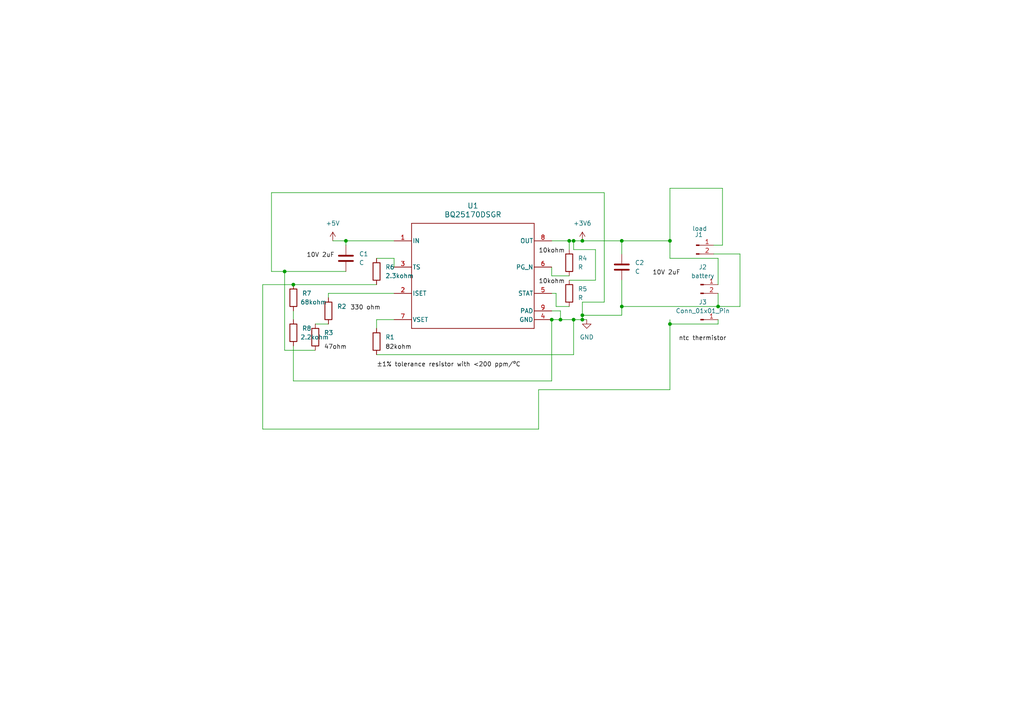
<source format=kicad_sch>
(kicad_sch
	(version 20250114)
	(generator "eeschema")
	(generator_version "9.0")
	(uuid "4e5bd02d-1634-42ed-9cbe-5a906c80cde4")
	(paper "A4")
	(lib_symbols
		(symbol "Connector:Conn_01x01_Pin"
			(pin_names
				(offset 1.016)
				(hide yes)
			)
			(exclude_from_sim no)
			(in_bom yes)
			(on_board yes)
			(property "Reference" "J"
				(at 0 2.54 0)
				(effects
					(font
						(size 1.27 1.27)
					)
				)
			)
			(property "Value" "Conn_01x01_Pin"
				(at 0 -2.54 0)
				(effects
					(font
						(size 1.27 1.27)
					)
				)
			)
			(property "Footprint" ""
				(at 0 0 0)
				(effects
					(font
						(size 1.27 1.27)
					)
					(hide yes)
				)
			)
			(property "Datasheet" "~"
				(at 0 0 0)
				(effects
					(font
						(size 1.27 1.27)
					)
					(hide yes)
				)
			)
			(property "Description" "Generic connector, single row, 01x01, script generated"
				(at 0 0 0)
				(effects
					(font
						(size 1.27 1.27)
					)
					(hide yes)
				)
			)
			(property "ki_locked" ""
				(at 0 0 0)
				(effects
					(font
						(size 1.27 1.27)
					)
				)
			)
			(property "ki_keywords" "connector"
				(at 0 0 0)
				(effects
					(font
						(size 1.27 1.27)
					)
					(hide yes)
				)
			)
			(property "ki_fp_filters" "Connector*:*_1x??_*"
				(at 0 0 0)
				(effects
					(font
						(size 1.27 1.27)
					)
					(hide yes)
				)
			)
			(symbol "Conn_01x01_Pin_1_1"
				(rectangle
					(start 0.8636 0.127)
					(end 0 -0.127)
					(stroke
						(width 0.1524)
						(type default)
					)
					(fill
						(type outline)
					)
				)
				(polyline
					(pts
						(xy 1.27 0) (xy 0.8636 0)
					)
					(stroke
						(width 0.1524)
						(type default)
					)
					(fill
						(type none)
					)
				)
				(pin passive line
					(at 5.08 0 180)
					(length 3.81)
					(name "Pin_1"
						(effects
							(font
								(size 1.27 1.27)
							)
						)
					)
					(number "1"
						(effects
							(font
								(size 1.27 1.27)
							)
						)
					)
				)
			)
			(embedded_fonts no)
		)
		(symbol "Connector:Conn_01x02_Pin"
			(pin_names
				(offset 1.016)
				(hide yes)
			)
			(exclude_from_sim no)
			(in_bom yes)
			(on_board yes)
			(property "Reference" "J"
				(at 0 2.54 0)
				(effects
					(font
						(size 1.27 1.27)
					)
				)
			)
			(property "Value" "Conn_01x02_Pin"
				(at 0 -5.08 0)
				(effects
					(font
						(size 1.27 1.27)
					)
				)
			)
			(property "Footprint" ""
				(at 0 0 0)
				(effects
					(font
						(size 1.27 1.27)
					)
					(hide yes)
				)
			)
			(property "Datasheet" "~"
				(at 0 0 0)
				(effects
					(font
						(size 1.27 1.27)
					)
					(hide yes)
				)
			)
			(property "Description" "Generic connector, single row, 01x02, script generated"
				(at 0 0 0)
				(effects
					(font
						(size 1.27 1.27)
					)
					(hide yes)
				)
			)
			(property "ki_locked" ""
				(at 0 0 0)
				(effects
					(font
						(size 1.27 1.27)
					)
				)
			)
			(property "ki_keywords" "connector"
				(at 0 0 0)
				(effects
					(font
						(size 1.27 1.27)
					)
					(hide yes)
				)
			)
			(property "ki_fp_filters" "Connector*:*_1x??_*"
				(at 0 0 0)
				(effects
					(font
						(size 1.27 1.27)
					)
					(hide yes)
				)
			)
			(symbol "Conn_01x02_Pin_1_1"
				(rectangle
					(start 0.8636 0.127)
					(end 0 -0.127)
					(stroke
						(width 0.1524)
						(type default)
					)
					(fill
						(type outline)
					)
				)
				(rectangle
					(start 0.8636 -2.413)
					(end 0 -2.667)
					(stroke
						(width 0.1524)
						(type default)
					)
					(fill
						(type outline)
					)
				)
				(polyline
					(pts
						(xy 1.27 0) (xy 0.8636 0)
					)
					(stroke
						(width 0.1524)
						(type default)
					)
					(fill
						(type none)
					)
				)
				(polyline
					(pts
						(xy 1.27 -2.54) (xy 0.8636 -2.54)
					)
					(stroke
						(width 0.1524)
						(type default)
					)
					(fill
						(type none)
					)
				)
				(pin passive line
					(at 5.08 0 180)
					(length 3.81)
					(name "Pin_1"
						(effects
							(font
								(size 1.27 1.27)
							)
						)
					)
					(number "1"
						(effects
							(font
								(size 1.27 1.27)
							)
						)
					)
				)
				(pin passive line
					(at 5.08 -2.54 180)
					(length 3.81)
					(name "Pin_2"
						(effects
							(font
								(size 1.27 1.27)
							)
						)
					)
					(number "2"
						(effects
							(font
								(size 1.27 1.27)
							)
						)
					)
				)
			)
			(embedded_fonts no)
		)
		(symbol "Device:C"
			(pin_numbers
				(hide yes)
			)
			(pin_names
				(offset 0.254)
			)
			(exclude_from_sim no)
			(in_bom yes)
			(on_board yes)
			(property "Reference" "C"
				(at 0.635 2.54 0)
				(effects
					(font
						(size 1.27 1.27)
					)
					(justify left)
				)
			)
			(property "Value" "C"
				(at 0.635 -2.54 0)
				(effects
					(font
						(size 1.27 1.27)
					)
					(justify left)
				)
			)
			(property "Footprint" ""
				(at 0.9652 -3.81 0)
				(effects
					(font
						(size 1.27 1.27)
					)
					(hide yes)
				)
			)
			(property "Datasheet" "~"
				(at 0 0 0)
				(effects
					(font
						(size 1.27 1.27)
					)
					(hide yes)
				)
			)
			(property "Description" "Unpolarized capacitor"
				(at 0 0 0)
				(effects
					(font
						(size 1.27 1.27)
					)
					(hide yes)
				)
			)
			(property "ki_keywords" "cap capacitor"
				(at 0 0 0)
				(effects
					(font
						(size 1.27 1.27)
					)
					(hide yes)
				)
			)
			(property "ki_fp_filters" "C_*"
				(at 0 0 0)
				(effects
					(font
						(size 1.27 1.27)
					)
					(hide yes)
				)
			)
			(symbol "C_0_1"
				(polyline
					(pts
						(xy -2.032 0.762) (xy 2.032 0.762)
					)
					(stroke
						(width 0.508)
						(type default)
					)
					(fill
						(type none)
					)
				)
				(polyline
					(pts
						(xy -2.032 -0.762) (xy 2.032 -0.762)
					)
					(stroke
						(width 0.508)
						(type default)
					)
					(fill
						(type none)
					)
				)
			)
			(symbol "C_1_1"
				(pin passive line
					(at 0 3.81 270)
					(length 2.794)
					(name "~"
						(effects
							(font
								(size 1.27 1.27)
							)
						)
					)
					(number "1"
						(effects
							(font
								(size 1.27 1.27)
							)
						)
					)
				)
				(pin passive line
					(at 0 -3.81 90)
					(length 2.794)
					(name "~"
						(effects
							(font
								(size 1.27 1.27)
							)
						)
					)
					(number "2"
						(effects
							(font
								(size 1.27 1.27)
							)
						)
					)
				)
			)
			(embedded_fonts no)
		)
		(symbol "Device:R"
			(pin_numbers
				(hide yes)
			)
			(pin_names
				(offset 0)
			)
			(exclude_from_sim no)
			(in_bom yes)
			(on_board yes)
			(property "Reference" "R"
				(at 2.032 0 90)
				(effects
					(font
						(size 1.27 1.27)
					)
				)
			)
			(property "Value" "R"
				(at 0 0 90)
				(effects
					(font
						(size 1.27 1.27)
					)
				)
			)
			(property "Footprint" ""
				(at -1.778 0 90)
				(effects
					(font
						(size 1.27 1.27)
					)
					(hide yes)
				)
			)
			(property "Datasheet" "~"
				(at 0 0 0)
				(effects
					(font
						(size 1.27 1.27)
					)
					(hide yes)
				)
			)
			(property "Description" "Resistor"
				(at 0 0 0)
				(effects
					(font
						(size 1.27 1.27)
					)
					(hide yes)
				)
			)
			(property "ki_keywords" "R res resistor"
				(at 0 0 0)
				(effects
					(font
						(size 1.27 1.27)
					)
					(hide yes)
				)
			)
			(property "ki_fp_filters" "R_*"
				(at 0 0 0)
				(effects
					(font
						(size 1.27 1.27)
					)
					(hide yes)
				)
			)
			(symbol "R_0_1"
				(rectangle
					(start -1.016 -2.54)
					(end 1.016 2.54)
					(stroke
						(width 0.254)
						(type default)
					)
					(fill
						(type none)
					)
				)
			)
			(symbol "R_1_1"
				(pin passive line
					(at 0 3.81 270)
					(length 1.27)
					(name "~"
						(effects
							(font
								(size 1.27 1.27)
							)
						)
					)
					(number "1"
						(effects
							(font
								(size 1.27 1.27)
							)
						)
					)
				)
				(pin passive line
					(at 0 -3.81 90)
					(length 1.27)
					(name "~"
						(effects
							(font
								(size 1.27 1.27)
							)
						)
					)
					(number "2"
						(effects
							(font
								(size 1.27 1.27)
							)
						)
					)
				)
			)
			(embedded_fonts no)
		)
		(symbol "bq25170:BQ25170DSGR"
			(pin_names
				(offset 0.254)
			)
			(exclude_from_sim no)
			(in_bom yes)
			(on_board yes)
			(property "Reference" "U"
				(at 0 2.54 0)
				(effects
					(font
						(size 1.524 1.524)
					)
				)
			)
			(property "Value" "BQ25170DSGR"
				(at 0 0 0)
				(effects
					(font
						(size 1.524 1.524)
					)
				)
			)
			(property "Footprint" "DSG0008A"
				(at 0 0 0)
				(effects
					(font
						(size 1.27 1.27)
						(italic yes)
					)
					(hide yes)
				)
			)
			(property "Datasheet" "https://www.ti.com/lit/gpn/bq25170"
				(at 0 0 0)
				(effects
					(font
						(size 1.27 1.27)
						(italic yes)
					)
					(hide yes)
				)
			)
			(property "Description" ""
				(at 0 0 0)
				(effects
					(font
						(size 1.27 1.27)
					)
					(hide yes)
				)
			)
			(property "ki_locked" ""
				(at 0 0 0)
				(effects
					(font
						(size 1.27 1.27)
					)
				)
			)
			(property "ki_keywords" "BQ25170DSGR"
				(at 0 0 0)
				(effects
					(font
						(size 1.27 1.27)
					)
					(hide yes)
				)
			)
			(property "ki_fp_filters" "DSG0008A DSG0008A_NV"
				(at 0 0 0)
				(effects
					(font
						(size 1.27 1.27)
					)
					(hide yes)
				)
			)
			(symbol "BQ25170DSGR_0_1"
				(polyline
					(pts
						(xy -17.78 15.24) (xy -17.78 -15.24)
					)
					(stroke
						(width 0.2032)
						(type default)
					)
					(fill
						(type none)
					)
				)
				(polyline
					(pts
						(xy -17.78 -15.24) (xy 17.78 -15.24)
					)
					(stroke
						(width 0.2032)
						(type default)
					)
					(fill
						(type none)
					)
				)
				(polyline
					(pts
						(xy 17.78 15.24) (xy -17.78 15.24)
					)
					(stroke
						(width 0.2032)
						(type default)
					)
					(fill
						(type none)
					)
				)
				(polyline
					(pts
						(xy 17.78 -15.24) (xy 17.78 15.24)
					)
					(stroke
						(width 0.2032)
						(type default)
					)
					(fill
						(type none)
					)
				)
				(pin power_in line
					(at -22.86 10.16 0)
					(length 5.08)
					(name "IN"
						(effects
							(font
								(size 1.27 1.27)
							)
						)
					)
					(number "1"
						(effects
							(font
								(size 1.27 1.27)
							)
						)
					)
				)
				(pin bidirectional line
					(at -22.86 2.54 0)
					(length 5.08)
					(name "TS"
						(effects
							(font
								(size 1.27 1.27)
							)
						)
					)
					(number "3"
						(effects
							(font
								(size 1.27 1.27)
							)
						)
					)
				)
				(pin input line
					(at -22.86 -5.08 0)
					(length 5.08)
					(name "ISET"
						(effects
							(font
								(size 1.27 1.27)
							)
						)
					)
					(number "2"
						(effects
							(font
								(size 1.27 1.27)
							)
						)
					)
				)
				(pin input line
					(at -22.86 -12.7 0)
					(length 5.08)
					(name "VSET"
						(effects
							(font
								(size 1.27 1.27)
							)
						)
					)
					(number "7"
						(effects
							(font
								(size 1.27 1.27)
							)
						)
					)
				)
				(pin output line
					(at 22.86 10.16 180)
					(length 5.08)
					(name "OUT"
						(effects
							(font
								(size 1.27 1.27)
							)
						)
					)
					(number "8"
						(effects
							(font
								(size 1.27 1.27)
							)
						)
					)
				)
				(pin output line
					(at 22.86 2.54 180)
					(length 5.08)
					(name "PG_N"
						(effects
							(font
								(size 1.27 1.27)
							)
						)
					)
					(number "6"
						(effects
							(font
								(size 1.27 1.27)
							)
						)
					)
				)
				(pin output line
					(at 22.86 -5.08 180)
					(length 5.08)
					(name "STAT"
						(effects
							(font
								(size 1.27 1.27)
							)
						)
					)
					(number "5"
						(effects
							(font
								(size 1.27 1.27)
							)
						)
					)
				)
				(pin power_in line
					(at 22.86 -10.16 180)
					(length 5.08)
					(name "PAD"
						(effects
							(font
								(size 1.27 1.27)
							)
						)
					)
					(number "9"
						(effects
							(font
								(size 1.27 1.27)
							)
						)
					)
				)
				(pin power_in line
					(at 22.86 -12.7 180)
					(length 5.08)
					(name "GND"
						(effects
							(font
								(size 1.27 1.27)
							)
						)
					)
					(number "4"
						(effects
							(font
								(size 1.27 1.27)
							)
						)
					)
				)
			)
			(embedded_fonts no)
		)
		(symbol "power:+3V3"
			(power)
			(pin_numbers
				(hide yes)
			)
			(pin_names
				(offset 0)
				(hide yes)
			)
			(exclude_from_sim no)
			(in_bom yes)
			(on_board yes)
			(property "Reference" "#PWR"
				(at 0 -3.81 0)
				(effects
					(font
						(size 1.27 1.27)
					)
					(hide yes)
				)
			)
			(property "Value" "+3V3"
				(at 0 3.556 0)
				(effects
					(font
						(size 1.27 1.27)
					)
				)
			)
			(property "Footprint" ""
				(at 0 0 0)
				(effects
					(font
						(size 1.27 1.27)
					)
					(hide yes)
				)
			)
			(property "Datasheet" ""
				(at 0 0 0)
				(effects
					(font
						(size 1.27 1.27)
					)
					(hide yes)
				)
			)
			(property "Description" "Power symbol creates a global label with name \"+3V3\""
				(at 0 0 0)
				(effects
					(font
						(size 1.27 1.27)
					)
					(hide yes)
				)
			)
			(property "ki_keywords" "global power"
				(at 0 0 0)
				(effects
					(font
						(size 1.27 1.27)
					)
					(hide yes)
				)
			)
			(symbol "+3V3_0_1"
				(polyline
					(pts
						(xy -0.762 1.27) (xy 0 2.54)
					)
					(stroke
						(width 0)
						(type default)
					)
					(fill
						(type none)
					)
				)
				(polyline
					(pts
						(xy 0 2.54) (xy 0.762 1.27)
					)
					(stroke
						(width 0)
						(type default)
					)
					(fill
						(type none)
					)
				)
				(polyline
					(pts
						(xy 0 0) (xy 0 2.54)
					)
					(stroke
						(width 0)
						(type default)
					)
					(fill
						(type none)
					)
				)
			)
			(symbol "+3V3_1_1"
				(pin power_in line
					(at 0 0 90)
					(length 0)
					(name "~"
						(effects
							(font
								(size 1.27 1.27)
							)
						)
					)
					(number "1"
						(effects
							(font
								(size 1.27 1.27)
							)
						)
					)
				)
			)
			(embedded_fonts no)
		)
		(symbol "power:+5V"
			(power)
			(pin_numbers
				(hide yes)
			)
			(pin_names
				(offset 0)
				(hide yes)
			)
			(exclude_from_sim no)
			(in_bom yes)
			(on_board yes)
			(property "Reference" "#PWR"
				(at 0 -3.81 0)
				(effects
					(font
						(size 1.27 1.27)
					)
					(hide yes)
				)
			)
			(property "Value" "+5V"
				(at 0 3.556 0)
				(effects
					(font
						(size 1.27 1.27)
					)
				)
			)
			(property "Footprint" ""
				(at 0 0 0)
				(effects
					(font
						(size 1.27 1.27)
					)
					(hide yes)
				)
			)
			(property "Datasheet" ""
				(at 0 0 0)
				(effects
					(font
						(size 1.27 1.27)
					)
					(hide yes)
				)
			)
			(property "Description" "Power symbol creates a global label with name \"+5V\""
				(at 0 0 0)
				(effects
					(font
						(size 1.27 1.27)
					)
					(hide yes)
				)
			)
			(property "ki_keywords" "global power"
				(at 0 0 0)
				(effects
					(font
						(size 1.27 1.27)
					)
					(hide yes)
				)
			)
			(symbol "+5V_0_1"
				(polyline
					(pts
						(xy -0.762 1.27) (xy 0 2.54)
					)
					(stroke
						(width 0)
						(type default)
					)
					(fill
						(type none)
					)
				)
				(polyline
					(pts
						(xy 0 2.54) (xy 0.762 1.27)
					)
					(stroke
						(width 0)
						(type default)
					)
					(fill
						(type none)
					)
				)
				(polyline
					(pts
						(xy 0 0) (xy 0 2.54)
					)
					(stroke
						(width 0)
						(type default)
					)
					(fill
						(type none)
					)
				)
			)
			(symbol "+5V_1_1"
				(pin power_in line
					(at 0 0 90)
					(length 0)
					(name "~"
						(effects
							(font
								(size 1.27 1.27)
							)
						)
					)
					(number "1"
						(effects
							(font
								(size 1.27 1.27)
							)
						)
					)
				)
			)
			(embedded_fonts no)
		)
		(symbol "power:GND"
			(power)
			(pin_numbers
				(hide yes)
			)
			(pin_names
				(offset 0)
				(hide yes)
			)
			(exclude_from_sim no)
			(in_bom yes)
			(on_board yes)
			(property "Reference" "#PWR"
				(at 0 -6.35 0)
				(effects
					(font
						(size 1.27 1.27)
					)
					(hide yes)
				)
			)
			(property "Value" "GND"
				(at 0 -3.81 0)
				(effects
					(font
						(size 1.27 1.27)
					)
				)
			)
			(property "Footprint" ""
				(at 0 0 0)
				(effects
					(font
						(size 1.27 1.27)
					)
					(hide yes)
				)
			)
			(property "Datasheet" ""
				(at 0 0 0)
				(effects
					(font
						(size 1.27 1.27)
					)
					(hide yes)
				)
			)
			(property "Description" "Power symbol creates a global label with name \"GND\" , ground"
				(at 0 0 0)
				(effects
					(font
						(size 1.27 1.27)
					)
					(hide yes)
				)
			)
			(property "ki_keywords" "global power"
				(at 0 0 0)
				(effects
					(font
						(size 1.27 1.27)
					)
					(hide yes)
				)
			)
			(symbol "GND_0_1"
				(polyline
					(pts
						(xy 0 0) (xy 0 -1.27) (xy 1.27 -1.27) (xy 0 -2.54) (xy -1.27 -1.27) (xy 0 -1.27)
					)
					(stroke
						(width 0)
						(type default)
					)
					(fill
						(type none)
					)
				)
			)
			(symbol "GND_1_1"
				(pin power_in line
					(at 0 0 270)
					(length 0)
					(name "~"
						(effects
							(font
								(size 1.27 1.27)
							)
						)
					)
					(number "1"
						(effects
							(font
								(size 1.27 1.27)
							)
						)
					)
				)
			)
			(embedded_fonts no)
		)
	)
	(junction
		(at 166.37 92.71)
		(diameter 0)
		(color 0 0 0 0)
		(uuid "1d5466e7-67a6-4d92-a5ff-8aec60b2e4a5")
	)
	(junction
		(at 165.1 69.85)
		(diameter 0)
		(color 0 0 0 0)
		(uuid "4be54e88-bffc-426d-97ed-b03fb7370026")
	)
	(junction
		(at 180.34 69.85)
		(diameter 0)
		(color 0 0 0 0)
		(uuid "4bed5eb1-93c7-47ab-bce1-c0b9312a126d")
	)
	(junction
		(at 208.28 88.9)
		(diameter 0)
		(color 0 0 0 0)
		(uuid "559a7d2e-aac0-49a7-a2da-2ec52621413e")
	)
	(junction
		(at 180.34 88.9)
		(diameter 0)
		(color 0 0 0 0)
		(uuid "6d486de3-da66-43b9-a716-8a934b73e455")
	)
	(junction
		(at 168.91 92.71)
		(diameter 0)
		(color 0 0 0 0)
		(uuid "6df46f29-f20a-4ff8-8703-552d4e48d22d")
	)
	(junction
		(at 162.56 92.71)
		(diameter 0)
		(color 0 0 0 0)
		(uuid "7bdb0b59-98df-4226-ba5f-a4046d92a99e")
	)
	(junction
		(at 194.31 93.98)
		(diameter 0)
		(color 0 0 0 0)
		(uuid "864dc46d-0756-42db-9c4e-d64183f9ce82")
	)
	(junction
		(at 168.91 91.44)
		(diameter 0)
		(color 0 0 0 0)
		(uuid "870dbf22-fdd3-4175-ae82-8d1c08e8994b")
	)
	(junction
		(at 100.33 69.85)
		(diameter 0)
		(color 0 0 0 0)
		(uuid "8775e530-d6fa-4f64-829e-7c559c164216")
	)
	(junction
		(at 168.91 69.85)
		(diameter 0)
		(color 0 0 0 0)
		(uuid "a5d95bda-16c0-48d4-b735-d30a342ff00a")
	)
	(junction
		(at 82.55 78.74)
		(diameter 0)
		(color 0 0 0 0)
		(uuid "b14b1049-2200-43b1-9504-53c6ca98e7d8")
	)
	(junction
		(at 194.31 69.85)
		(diameter 0)
		(color 0 0 0 0)
		(uuid "c1cd49a0-53cd-4fa8-9001-d944e82068f2")
	)
	(junction
		(at 85.09 82.55)
		(diameter 0)
		(color 0 0 0 0)
		(uuid "cbdbd473-8f68-4cea-b02e-8563cf8eb91c")
	)
	(junction
		(at 160.02 92.71)
		(diameter 0)
		(color 0 0 0 0)
		(uuid "ea775484-bc1c-4b92-b471-ddf4f0a6b51c")
	)
	(junction
		(at 166.37 69.85)
		(diameter 0)
		(color 0 0 0 0)
		(uuid "fb53537a-643d-486c-bf66-fa61e3ac2156")
	)
	(wire
		(pts
			(xy 109.22 102.87) (xy 166.37 102.87)
		)
		(stroke
			(width 0)
			(type default)
		)
		(uuid "04baf0b8-fe02-45a5-8e7d-9f1567e08d80")
	)
	(wire
		(pts
			(xy 172.72 81.28) (xy 172.72 72.39)
		)
		(stroke
			(width 0)
			(type default)
		)
		(uuid "095c6519-cf2d-4b7a-a466-0a959ea5a975")
	)
	(wire
		(pts
			(xy 180.34 69.85) (xy 180.34 73.66)
		)
		(stroke
			(width 0)
			(type default)
		)
		(uuid "0a39acb5-988d-48ea-a96f-55b6ce7070f9")
	)
	(wire
		(pts
			(xy 114.3 92.71) (xy 109.22 92.71)
		)
		(stroke
			(width 0)
			(type default)
		)
		(uuid "0b0f69c8-8e94-44c5-81b5-b8873e76c232")
	)
	(wire
		(pts
			(xy 162.56 90.17) (xy 162.56 92.71)
		)
		(stroke
			(width 0)
			(type default)
		)
		(uuid "0d349bd8-0477-46ae-9202-42d938c1742a")
	)
	(wire
		(pts
			(xy 95.25 85.09) (xy 95.25 86.36)
		)
		(stroke
			(width 0)
			(type default)
		)
		(uuid "0e3ff7fc-3c96-4737-9f14-66c304fa66ce")
	)
	(wire
		(pts
			(xy 85.09 100.33) (xy 85.09 110.49)
		)
		(stroke
			(width 0)
			(type default)
		)
		(uuid "1336c52b-d869-4613-b932-e9784b407152")
	)
	(wire
		(pts
			(xy 194.31 74.93) (xy 208.28 74.93)
		)
		(stroke
			(width 0)
			(type default)
		)
		(uuid "175ae26e-5d83-4d72-8be7-70380ecbbb6e")
	)
	(wire
		(pts
			(xy 166.37 102.87) (xy 166.37 92.71)
		)
		(stroke
			(width 0)
			(type default)
		)
		(uuid "19caf6cc-70e2-45f3-9b8e-24ef0a00c24f")
	)
	(wire
		(pts
			(xy 160.02 110.49) (xy 160.02 92.71)
		)
		(stroke
			(width 0)
			(type default)
		)
		(uuid "204ff903-c9a8-4242-a46c-94fd4f54b85c")
	)
	(wire
		(pts
			(xy 168.91 91.44) (xy 168.91 92.71)
		)
		(stroke
			(width 0)
			(type default)
		)
		(uuid "2243b7b8-663f-40e6-80e1-aa28e713fff0")
	)
	(wire
		(pts
			(xy 165.1 88.9) (xy 161.29 88.9)
		)
		(stroke
			(width 0)
			(type default)
		)
		(uuid "22773a1d-3351-4eab-962b-8a18eb6f0a55")
	)
	(wire
		(pts
			(xy 180.34 88.9) (xy 180.34 91.44)
		)
		(stroke
			(width 0)
			(type default)
		)
		(uuid "26e8a641-c5b8-4a19-a333-731e86e8fe97")
	)
	(wire
		(pts
			(xy 85.09 82.55) (xy 76.2 82.55)
		)
		(stroke
			(width 0)
			(type default)
		)
		(uuid "2ca9b488-bfae-4962-a04f-893cd690e453")
	)
	(wire
		(pts
			(xy 180.34 88.9) (xy 208.28 88.9)
		)
		(stroke
			(width 0)
			(type default)
		)
		(uuid "2f35d64f-5c1e-4a21-a5a9-944202c0122d")
	)
	(wire
		(pts
			(xy 160.02 69.85) (xy 165.1 69.85)
		)
		(stroke
			(width 0)
			(type default)
		)
		(uuid "3215d0e9-8353-4a6a-92a4-c17a438a39fc")
	)
	(wire
		(pts
			(xy 166.37 72.39) (xy 166.37 69.85)
		)
		(stroke
			(width 0)
			(type default)
		)
		(uuid "33af8561-b45c-4163-b6a4-317f8a46f334")
	)
	(wire
		(pts
			(xy 114.3 74.93) (xy 114.3 77.47)
		)
		(stroke
			(width 0)
			(type default)
		)
		(uuid "35fe5e42-6f4b-41f9-8263-94735c649239")
	)
	(wire
		(pts
			(xy 109.22 74.93) (xy 114.3 74.93)
		)
		(stroke
			(width 0)
			(type default)
		)
		(uuid "35ffbbf6-b324-4d05-b05f-1b0a7eb2b561")
	)
	(wire
		(pts
			(xy 180.34 91.44) (xy 168.91 91.44)
		)
		(stroke
			(width 0)
			(type default)
		)
		(uuid "38583ae4-6ec3-4e68-bd3e-a159cd57cda7")
	)
	(wire
		(pts
			(xy 214.63 73.66) (xy 214.63 88.9)
		)
		(stroke
			(width 0)
			(type default)
		)
		(uuid "3914ed71-c311-4cd5-af33-fa96f91b581a")
	)
	(wire
		(pts
			(xy 165.1 69.85) (xy 166.37 69.85)
		)
		(stroke
			(width 0)
			(type default)
		)
		(uuid "3ed90adb-23ee-4bdc-ac8f-614aa3344cdf")
	)
	(wire
		(pts
			(xy 160.02 90.17) (xy 162.56 90.17)
		)
		(stroke
			(width 0)
			(type default)
		)
		(uuid "4468db01-e1f0-42e8-a02c-6a7b9f4a2216")
	)
	(wire
		(pts
			(xy 109.22 92.71) (xy 109.22 95.25)
		)
		(stroke
			(width 0)
			(type default)
		)
		(uuid "4d654c84-83e4-443a-aefd-4b11b0e9ab72")
	)
	(wire
		(pts
			(xy 96.52 69.85) (xy 100.33 69.85)
		)
		(stroke
			(width 0)
			(type default)
		)
		(uuid "4eb43f88-c845-46fd-ae44-80919a80902e")
	)
	(wire
		(pts
			(xy 100.33 69.85) (xy 114.3 69.85)
		)
		(stroke
			(width 0)
			(type default)
		)
		(uuid "5c84d0d1-39e5-4e24-906e-bf616d81db16")
	)
	(wire
		(pts
			(xy 168.91 92.71) (xy 170.18 92.71)
		)
		(stroke
			(width 0)
			(type default)
		)
		(uuid "60b2d025-83cd-44d3-9eaa-4796afb585be")
	)
	(wire
		(pts
			(xy 208.28 74.93) (xy 208.28 82.55)
		)
		(stroke
			(width 0)
			(type default)
		)
		(uuid "60c8ee97-9b11-4868-aafc-a667c732483b")
	)
	(wire
		(pts
			(xy 166.37 92.71) (xy 168.91 92.71)
		)
		(stroke
			(width 0)
			(type default)
		)
		(uuid "6354cd48-ac51-4feb-8743-5848fdd1fbaf")
	)
	(wire
		(pts
			(xy 175.26 55.88) (xy 175.26 87.63)
		)
		(stroke
			(width 0)
			(type default)
		)
		(uuid "641e7e6e-649c-49da-a12f-2a69f733c940")
	)
	(wire
		(pts
			(xy 165.1 80.01) (xy 160.02 80.01)
		)
		(stroke
			(width 0)
			(type default)
		)
		(uuid "6f369ba1-5eb1-48b1-a637-e41c62be5aec")
	)
	(wire
		(pts
			(xy 85.09 90.17) (xy 85.09 92.71)
		)
		(stroke
			(width 0)
			(type default)
		)
		(uuid "7368c86a-6d62-4ee3-8221-601639db3719")
	)
	(wire
		(pts
			(xy 194.31 93.98) (xy 194.31 113.03)
		)
		(stroke
			(width 0)
			(type default)
		)
		(uuid "764b9ed3-0bb9-4978-987c-2fd0ac60a314")
	)
	(wire
		(pts
			(xy 161.29 88.9) (xy 161.29 85.09)
		)
		(stroke
			(width 0)
			(type default)
		)
		(uuid "76721f47-89b2-40b9-9495-09ad10d55080")
	)
	(wire
		(pts
			(xy 208.28 88.9) (xy 214.63 88.9)
		)
		(stroke
			(width 0)
			(type default)
		)
		(uuid "76b8e321-10e1-463c-bf34-4831f064e7cc")
	)
	(wire
		(pts
			(xy 78.74 55.88) (xy 175.26 55.88)
		)
		(stroke
			(width 0)
			(type default)
		)
		(uuid "76bfdc53-e11f-4dc8-a186-8db587a8d87d")
	)
	(wire
		(pts
			(xy 207.01 73.66) (xy 214.63 73.66)
		)
		(stroke
			(width 0)
			(type default)
		)
		(uuid "826f1131-22ab-4ca6-ab2f-ba6025d6f2fa")
	)
	(wire
		(pts
			(xy 194.31 93.98) (xy 208.28 93.98)
		)
		(stroke
			(width 0)
			(type default)
		)
		(uuid "87f40ffc-23bb-4e37-913a-8e963cdefa61")
	)
	(wire
		(pts
			(xy 160.02 77.47) (xy 160.02 80.01)
		)
		(stroke
			(width 0)
			(type default)
		)
		(uuid "8d42e0ea-0c47-4502-9880-926ea325115a")
	)
	(wire
		(pts
			(xy 172.72 72.39) (xy 166.37 72.39)
		)
		(stroke
			(width 0)
			(type default)
		)
		(uuid "90c53b20-bdc8-4a04-83d7-c8400c66e925")
	)
	(wire
		(pts
			(xy 82.55 78.74) (xy 82.55 101.6)
		)
		(stroke
			(width 0)
			(type default)
		)
		(uuid "93cda705-ab31-439e-9c6b-e6bf42560667")
	)
	(wire
		(pts
			(xy 165.1 69.85) (xy 165.1 72.39)
		)
		(stroke
			(width 0)
			(type default)
		)
		(uuid "967668f8-594d-456b-8a47-d6a5257451f7")
	)
	(wire
		(pts
			(xy 194.31 69.85) (xy 194.31 74.93)
		)
		(stroke
			(width 0)
			(type default)
		)
		(uuid "97db7625-a2bd-432e-bdeb-318d13e7726d")
	)
	(wire
		(pts
			(xy 208.28 85.09) (xy 208.28 88.9)
		)
		(stroke
			(width 0)
			(type default)
		)
		(uuid "9d570989-3a93-412a-bd64-16464cc75c0d")
	)
	(wire
		(pts
			(xy 156.21 124.46) (xy 156.21 113.03)
		)
		(stroke
			(width 0)
			(type default)
		)
		(uuid "a6a8afb7-27a2-4e9b-94ba-519a5a355e0b")
	)
	(wire
		(pts
			(xy 91.44 93.98) (xy 95.25 93.98)
		)
		(stroke
			(width 0)
			(type default)
		)
		(uuid "a9be87f9-1f13-4de9-9c41-f0357373f269")
	)
	(wire
		(pts
			(xy 208.28 93.98) (xy 208.28 92.71)
		)
		(stroke
			(width 0)
			(type default)
		)
		(uuid "ab0b773c-c621-4025-abd1-a6caf4d24d0c")
	)
	(wire
		(pts
			(xy 100.33 69.85) (xy 100.33 71.12)
		)
		(stroke
			(width 0)
			(type default)
		)
		(uuid "b5720fd9-d92c-4866-a93f-660ea511207c")
	)
	(wire
		(pts
			(xy 85.09 110.49) (xy 160.02 110.49)
		)
		(stroke
			(width 0)
			(type default)
		)
		(uuid "bc6b70f2-a706-4304-88a2-b9e43328c5f8")
	)
	(wire
		(pts
			(xy 76.2 124.46) (xy 156.21 124.46)
		)
		(stroke
			(width 0)
			(type default)
		)
		(uuid "bc98d1ef-5b41-4078-9ced-78078c161d2d")
	)
	(wire
		(pts
			(xy 166.37 69.85) (xy 168.91 69.85)
		)
		(stroke
			(width 0)
			(type default)
		)
		(uuid "c49ef951-a40c-40e9-b89a-8054d111d991")
	)
	(wire
		(pts
			(xy 160.02 92.71) (xy 162.56 92.71)
		)
		(stroke
			(width 0)
			(type default)
		)
		(uuid "c4b24da4-5574-47ad-98cf-a665b3638b07")
	)
	(wire
		(pts
			(xy 95.25 85.09) (xy 114.3 85.09)
		)
		(stroke
			(width 0)
			(type default)
		)
		(uuid "c5f2b06e-2c4f-4358-b3ba-068bf0db9324")
	)
	(wire
		(pts
			(xy 85.09 82.55) (xy 109.22 82.55)
		)
		(stroke
			(width 0)
			(type default)
		)
		(uuid "c65a0938-d18a-49dc-a5ea-d7f396b0d02e")
	)
	(wire
		(pts
			(xy 76.2 82.55) (xy 76.2 124.46)
		)
		(stroke
			(width 0)
			(type default)
		)
		(uuid "c6dc2da4-f3b4-4d6f-866b-8acc14438e2c")
	)
	(wire
		(pts
			(xy 175.26 87.63) (xy 168.91 87.63)
		)
		(stroke
			(width 0)
			(type default)
		)
		(uuid "c92c61a8-0be7-437e-beec-34bc5c44a309")
	)
	(wire
		(pts
			(xy 78.74 55.88) (xy 78.74 78.74)
		)
		(stroke
			(width 0)
			(type default)
		)
		(uuid "cd25b0b4-fea2-4fcf-b0c7-6c69b696a175")
	)
	(wire
		(pts
			(xy 165.1 81.28) (xy 172.72 81.28)
		)
		(stroke
			(width 0)
			(type default)
		)
		(uuid "cddbae56-c7fa-4764-a281-697b3c598926")
	)
	(wire
		(pts
			(xy 180.34 81.28) (xy 180.34 88.9)
		)
		(stroke
			(width 0)
			(type default)
		)
		(uuid "cfa1d615-9f8a-469f-8f02-77cb8ca81385")
	)
	(wire
		(pts
			(xy 162.56 92.71) (xy 166.37 92.71)
		)
		(stroke
			(width 0)
			(type default)
		)
		(uuid "d0aee0c5-0699-4488-a222-3efe3854bcd8")
	)
	(wire
		(pts
			(xy 91.44 101.6) (xy 82.55 101.6)
		)
		(stroke
			(width 0)
			(type default)
		)
		(uuid "d60e83e9-927d-4877-b238-f753906481f6")
	)
	(wire
		(pts
			(xy 209.55 54.61) (xy 209.55 71.12)
		)
		(stroke
			(width 0)
			(type default)
		)
		(uuid "d6f00952-9123-4a6d-8f67-baee550dd27a")
	)
	(wire
		(pts
			(xy 168.91 69.85) (xy 180.34 69.85)
		)
		(stroke
			(width 0)
			(type default)
		)
		(uuid "e2899c5d-f64b-4273-a746-99fa09a42622")
	)
	(wire
		(pts
			(xy 180.34 69.85) (xy 194.31 69.85)
		)
		(stroke
			(width 0)
			(type default)
		)
		(uuid "e29365a5-d283-4260-93aa-0399589a3412")
	)
	(wire
		(pts
			(xy 168.91 87.63) (xy 168.91 91.44)
		)
		(stroke
			(width 0)
			(type default)
		)
		(uuid "e4eb1a7f-b886-420f-8a95-11ed85289d00")
	)
	(wire
		(pts
			(xy 194.31 92.71) (xy 194.31 93.98)
		)
		(stroke
			(width 0)
			(type default)
		)
		(uuid "e66bf15c-47ee-4ca1-91b4-d0834e3151b4")
	)
	(wire
		(pts
			(xy 82.55 78.74) (xy 78.74 78.74)
		)
		(stroke
			(width 0)
			(type default)
		)
		(uuid "ee2b9de3-f1da-40c1-a516-d381aebd2590")
	)
	(wire
		(pts
			(xy 194.31 54.61) (xy 194.31 69.85)
		)
		(stroke
			(width 0)
			(type default)
		)
		(uuid "f0cf3ccb-8017-49fd-af6e-5acd923261c3")
	)
	(wire
		(pts
			(xy 100.33 78.74) (xy 82.55 78.74)
		)
		(stroke
			(width 0)
			(type default)
		)
		(uuid "f1259d8f-1db5-4ba1-b923-7e98aaecadf4")
	)
	(wire
		(pts
			(xy 194.31 54.61) (xy 209.55 54.61)
		)
		(stroke
			(width 0)
			(type default)
		)
		(uuid "f5bdc0d6-9c85-432e-ae89-cb55e5d7db0a")
	)
	(wire
		(pts
			(xy 160.02 85.09) (xy 161.29 85.09)
		)
		(stroke
			(width 0)
			(type default)
		)
		(uuid "fa042e3b-4be4-458d-9c9e-40437d663b85")
	)
	(wire
		(pts
			(xy 207.01 71.12) (xy 209.55 71.12)
		)
		(stroke
			(width 0)
			(type default)
		)
		(uuid "fcc7c4c1-e24e-4abd-a90d-c49d6f479d4e")
	)
	(wire
		(pts
			(xy 156.21 113.03) (xy 194.31 113.03)
		)
		(stroke
			(width 0)
			(type default)
		)
		(uuid "ff7cf8a7-4aa9-4768-9597-407a8c837bc6")
	)
	(label "10V 2uF"
		(at 189.23 80.01 0)
		(effects
			(font
				(size 1.27 1.27)
			)
			(justify left bottom)
		)
		(uuid "2728e07d-db4a-4314-82ba-1a03aeea930d")
	)
	(label "10kohm"
		(at 156.21 82.55 0)
		(effects
			(font
				(size 1.27 1.27)
			)
			(justify left bottom)
		)
		(uuid "288f5f67-e082-4ae6-ba6b-2e54ba347c89")
	)
	(label "10V 2uF"
		(at 88.9 74.93 0)
		(effects
			(font
				(size 1.27 1.27)
			)
			(justify left bottom)
		)
		(uuid "4a079215-a71c-4cbc-9ec7-de5f774487b2")
	)
	(label "330 ohm"
		(at 101.6 90.17 0)
		(effects
			(font
				(size 1.27 1.27)
			)
			(justify left bottom)
		)
		(uuid "4a9c7d52-1ada-469a-97f2-b933e4c0e93f")
	)
	(label "ntc thermistor"
		(at 196.85 99.06 0)
		(effects
			(font
				(size 1.27 1.27)
			)
			(justify left bottom)
		)
		(uuid "5dae50c4-83b0-4aeb-9794-7fa7900e371f")
	)
	(label "±1% tolerance resistor with <200 ppm{slash}ºC"
		(at 109.22 106.68 0)
		(effects
			(font
				(size 1.27 1.27)
			)
			(justify left bottom)
		)
		(uuid "75a7f6d1-ac80-4073-ad52-753ae307b591")
	)
	(label "10kohm"
		(at 156.21 73.66 0)
		(effects
			(font
				(size 1.27 1.27)
			)
			(justify left bottom)
		)
		(uuid "9cf230f6-6afb-4d4a-89cf-7a4c8c25a446")
	)
	(label "47ohm"
		(at 93.98 101.6 0)
		(effects
			(font
				(size 1.27 1.27)
			)
			(justify left bottom)
		)
		(uuid "b90d4ffd-e2a8-427d-9482-0db4ff077dde")
	)
	(label "82kohm"
		(at 111.76 101.6 0)
		(effects
			(font
				(size 1.27 1.27)
			)
			(justify left bottom)
		)
		(uuid "d432e234-5748-4699-95e3-55fd8b868b33")
	)
	(symbol
		(lib_id "Device:R")
		(at 109.22 99.06 0)
		(unit 1)
		(exclude_from_sim no)
		(in_bom yes)
		(on_board yes)
		(dnp no)
		(fields_autoplaced yes)
		(uuid "17400f3f-9aa8-4982-9b4c-e606c52ffb58")
		(property "Reference" "R1"
			(at 111.76 97.7899 0)
			(effects
				(font
					(size 1.27 1.27)
				)
				(justify left)
			)
		)
		(property "Value" "R"
			(at 111.76 100.3299 0)
			(effects
				(font
					(size 1.27 1.27)
				)
				(justify left)
				(hide yes)
			)
		)
		(property "Footprint" "Resistor_SMD:R_1206_3216Metric"
			(at 107.442 99.06 90)
			(effects
				(font
					(size 1.27 1.27)
				)
				(hide yes)
			)
		)
		(property "Datasheet" "~"
			(at 109.22 99.06 0)
			(effects
				(font
					(size 1.27 1.27)
				)
				(hide yes)
			)
		)
		(property "Description" "Resistor"
			(at 109.22 99.06 0)
			(effects
				(font
					(size 1.27 1.27)
				)
				(hide yes)
			)
		)
		(pin "1"
			(uuid "63a1570f-300f-47b4-ba42-e5820d59a952")
		)
		(pin "2"
			(uuid "517c7177-076a-4b7e-be08-0e05d40df7e7")
		)
		(instances
			(project ""
				(path "/4e5bd02d-1634-42ed-9cbe-5a906c80cde4"
					(reference "R1")
					(unit 1)
				)
			)
		)
	)
	(symbol
		(lib_id "Device:C")
		(at 100.33 74.93 0)
		(unit 1)
		(exclude_from_sim no)
		(in_bom yes)
		(on_board yes)
		(dnp no)
		(fields_autoplaced yes)
		(uuid "288d59cd-9f7b-4dca-a62e-b54c844013ec")
		(property "Reference" "C1"
			(at 104.14 73.6599 0)
			(effects
				(font
					(size 1.27 1.27)
				)
				(justify left)
			)
		)
		(property "Value" "C"
			(at 104.14 76.1999 0)
			(effects
				(font
					(size 1.27 1.27)
				)
				(justify left)
			)
		)
		(property "Footprint" "Capacitor_SMD:C_0603_1608Metric"
			(at 101.2952 78.74 0)
			(effects
				(font
					(size 1.27 1.27)
				)
				(hide yes)
			)
		)
		(property "Datasheet" "~"
			(at 100.33 74.93 0)
			(effects
				(font
					(size 1.27 1.27)
				)
				(hide yes)
			)
		)
		(property "Description" "Unpolarized capacitor"
			(at 100.33 74.93 0)
			(effects
				(font
					(size 1.27 1.27)
				)
				(hide yes)
			)
		)
		(pin "1"
			(uuid "0a173b34-426e-49f3-86aa-210474ab06db")
		)
		(pin "2"
			(uuid "9c91e0f5-f8c8-450a-921b-8cafc27059d2")
		)
		(instances
			(project ""
				(path "/4e5bd02d-1634-42ed-9cbe-5a906c80cde4"
					(reference "C1")
					(unit 1)
				)
			)
		)
	)
	(symbol
		(lib_id "Device:R")
		(at 91.44 97.79 0)
		(unit 1)
		(exclude_from_sim no)
		(in_bom yes)
		(on_board yes)
		(dnp no)
		(fields_autoplaced yes)
		(uuid "2e22c8a7-431b-42bd-826b-1c74b6962497")
		(property "Reference" "R3"
			(at 93.98 96.5199 0)
			(effects
				(font
					(size 1.27 1.27)
				)
				(justify left)
			)
		)
		(property "Value" "R"
			(at 93.98 99.0599 0)
			(effects
				(font
					(size 1.27 1.27)
				)
				(justify left)
				(hide yes)
			)
		)
		(property "Footprint" "Resistor_SMD:R_2010_5025Metric_Pad1.40x2.65mm_HandSolder"
			(at 89.662 97.79 90)
			(effects
				(font
					(size 1.27 1.27)
				)
				(hide yes)
			)
		)
		(property "Datasheet" "~"
			(at 91.44 97.79 0)
			(effects
				(font
					(size 1.27 1.27)
				)
				(hide yes)
			)
		)
		(property "Description" "Resistor"
			(at 91.44 97.79 0)
			(effects
				(font
					(size 1.27 1.27)
				)
				(hide yes)
			)
		)
		(pin "2"
			(uuid "ed380dbf-8ec9-4a2f-874b-d28920cbf592")
		)
		(pin "1"
			(uuid "8017b98c-9f00-4c77-9a09-ea24fecc9a70")
		)
		(instances
			(project ""
				(path "/4e5bd02d-1634-42ed-9cbe-5a906c80cde4"
					(reference "R3")
					(unit 1)
				)
			)
		)
	)
	(symbol
		(lib_id "Device:R")
		(at 165.1 85.09 0)
		(unit 1)
		(exclude_from_sim no)
		(in_bom yes)
		(on_board yes)
		(dnp no)
		(fields_autoplaced yes)
		(uuid "310cccbd-8a70-4fd8-a805-46aecdcc7ba6")
		(property "Reference" "R5"
			(at 167.64 83.8199 0)
			(effects
				(font
					(size 1.27 1.27)
				)
				(justify left)
			)
		)
		(property "Value" "R"
			(at 167.64 86.3599 0)
			(effects
				(font
					(size 1.27 1.27)
				)
				(justify left)
			)
		)
		(property "Footprint" "Resistor_THT:R_Axial_DIN0204_L3.6mm_D1.6mm_P2.54mm_Vertical"
			(at 163.322 85.09 90)
			(effects
				(font
					(size 1.27 1.27)
				)
				(hide yes)
			)
		)
		(property "Datasheet" "~"
			(at 165.1 85.09 0)
			(effects
				(font
					(size 1.27 1.27)
				)
				(hide yes)
			)
		)
		(property "Description" "Resistor"
			(at 165.1 85.09 0)
			(effects
				(font
					(size 1.27 1.27)
				)
				(hide yes)
			)
		)
		(pin "1"
			(uuid "f7b5cfc8-c717-452a-99cb-4418abd44e5a")
		)
		(pin "2"
			(uuid "fb95e76d-e377-46db-8e80-b4e5e83afc45")
		)
		(instances
			(project ""
				(path "/4e5bd02d-1634-42ed-9cbe-5a906c80cde4"
					(reference "R5")
					(unit 1)
				)
			)
		)
	)
	(symbol
		(lib_id "power:+5V")
		(at 96.52 69.85 0)
		(unit 1)
		(exclude_from_sim no)
		(in_bom yes)
		(on_board yes)
		(dnp no)
		(fields_autoplaced yes)
		(uuid "4d76e169-03aa-4345-b89c-13e2c812d49d")
		(property "Reference" "#PWR01"
			(at 96.52 73.66 0)
			(effects
				(font
					(size 1.27 1.27)
				)
				(hide yes)
			)
		)
		(property "Value" "+5V"
			(at 96.52 64.77 0)
			(effects
				(font
					(size 1.27 1.27)
				)
			)
		)
		(property "Footprint" ""
			(at 96.52 69.85 0)
			(effects
				(font
					(size 1.27 1.27)
				)
				(hide yes)
			)
		)
		(property "Datasheet" ""
			(at 96.52 69.85 0)
			(effects
				(font
					(size 1.27 1.27)
				)
				(hide yes)
			)
		)
		(property "Description" "Power symbol creates a global label with name \"+5V\""
			(at 96.52 69.85 0)
			(effects
				(font
					(size 1.27 1.27)
				)
				(hide yes)
			)
		)
		(pin "1"
			(uuid "4c4ed864-558f-44d4-939e-aa95f6816f9d")
		)
		(instances
			(project ""
				(path "/4e5bd02d-1634-42ed-9cbe-5a906c80cde4"
					(reference "#PWR01")
					(unit 1)
				)
			)
		)
	)
	(symbol
		(lib_id "Device:C")
		(at 180.34 77.47 0)
		(unit 1)
		(exclude_from_sim no)
		(in_bom yes)
		(on_board yes)
		(dnp no)
		(fields_autoplaced yes)
		(uuid "5ba895df-d2cc-4782-b6ce-de9e4eeaa06e")
		(property "Reference" "C2"
			(at 184.15 76.1999 0)
			(effects
				(font
					(size 1.27 1.27)
				)
				(justify left)
			)
		)
		(property "Value" "C"
			(at 184.15 78.7399 0)
			(effects
				(font
					(size 1.27 1.27)
				)
				(justify left)
			)
		)
		(property "Footprint" "Capacitor_SMD:C_0603_1608Metric"
			(at 181.3052 81.28 0)
			(effects
				(font
					(size 1.27 1.27)
				)
				(hide yes)
			)
		)
		(property "Datasheet" "~"
			(at 180.34 77.47 0)
			(effects
				(font
					(size 1.27 1.27)
				)
				(hide yes)
			)
		)
		(property "Description" "Unpolarized capacitor"
			(at 180.34 77.47 0)
			(effects
				(font
					(size 1.27 1.27)
				)
				(hide yes)
			)
		)
		(pin "1"
			(uuid "7877af59-f4d0-482f-b801-16573c8f59b9")
		)
		(pin "2"
			(uuid "ea40b58e-9114-4a1b-b3f6-1e07f44c0bbe")
		)
		(instances
			(project "battery_circuit"
				(path "/4e5bd02d-1634-42ed-9cbe-5a906c80cde4"
					(reference "C2")
					(unit 1)
				)
			)
		)
	)
	(symbol
		(lib_id "bq25170:BQ25170DSGR")
		(at 137.16 80.01 0)
		(unit 1)
		(exclude_from_sim no)
		(in_bom yes)
		(on_board yes)
		(dnp no)
		(fields_autoplaced yes)
		(uuid "614d0482-4813-46a7-a61d-d210ef92bc74")
		(property "Reference" "U1"
			(at 137.16 59.69 0)
			(effects
				(font
					(size 1.524 1.524)
				)
			)
		)
		(property "Value" "BQ25170DSGR"
			(at 137.16 62.23 0)
			(effects
				(font
					(size 1.524 1.524)
				)
			)
		)
		(property "Footprint" "DSG0008A"
			(at 137.16 80.01 0)
			(effects
				(font
					(size 1.27 1.27)
					(italic yes)
				)
				(hide yes)
			)
		)
		(property "Datasheet" "https://www.ti.com/lit/gpn/bq25170"
			(at 137.16 80.01 0)
			(effects
				(font
					(size 1.27 1.27)
					(italic yes)
				)
				(hide yes)
			)
		)
		(property "Description" ""
			(at 137.16 80.01 0)
			(effects
				(font
					(size 1.27 1.27)
				)
				(hide yes)
			)
		)
		(pin "7"
			(uuid "8c223814-20f9-44bd-945c-3daf024ce3be")
		)
		(pin "1"
			(uuid "adc2ecd2-7d89-4438-80cc-6434ded9148a")
		)
		(pin "3"
			(uuid "389b3726-e162-4271-9c6d-57ac48196810")
		)
		(pin "2"
			(uuid "871dbc97-04fc-4d8d-97a7-4d70847d72bf")
		)
		(pin "5"
			(uuid "d1a9698f-bd1c-44e8-81a0-fab99c5c116f")
		)
		(pin "9"
			(uuid "cc0ccd76-c42b-4eef-915c-9dd4efa69d48")
		)
		(pin "4"
			(uuid "030aecf4-6d4f-4d96-83bc-e080fb5a6ff4")
		)
		(pin "8"
			(uuid "3b79ede6-2921-45a3-ba10-05c46edc35f8")
		)
		(pin "6"
			(uuid "cb074c4c-2bcf-44f1-bf2c-cc7111a995e3")
		)
		(instances
			(project ""
				(path "/4e5bd02d-1634-42ed-9cbe-5a906c80cde4"
					(reference "U1")
					(unit 1)
				)
			)
		)
	)
	(symbol
		(lib_id "power:+3V3")
		(at 168.91 69.85 0)
		(unit 1)
		(exclude_from_sim no)
		(in_bom yes)
		(on_board yes)
		(dnp no)
		(fields_autoplaced yes)
		(uuid "7f7efe37-4450-4222-9bc7-82cffe8f750c")
		(property "Reference" "#PWR03"
			(at 168.91 73.66 0)
			(effects
				(font
					(size 1.27 1.27)
				)
				(hide yes)
			)
		)
		(property "Value" "+3V6"
			(at 168.91 64.77 0)
			(effects
				(font
					(size 1.27 1.27)
				)
			)
		)
		(property "Footprint" ""
			(at 168.91 69.85 0)
			(effects
				(font
					(size 1.27 1.27)
				)
				(hide yes)
			)
		)
		(property "Datasheet" ""
			(at 168.91 69.85 0)
			(effects
				(font
					(size 1.27 1.27)
				)
				(hide yes)
			)
		)
		(property "Description" "Power symbol creates a global label with name \"+3V3\""
			(at 168.91 69.85 0)
			(effects
				(font
					(size 1.27 1.27)
				)
				(hide yes)
			)
		)
		(pin "1"
			(uuid "5d35ee68-1c03-4c82-bec4-38d818e9ba89")
		)
		(instances
			(project ""
				(path "/4e5bd02d-1634-42ed-9cbe-5a906c80cde4"
					(reference "#PWR03")
					(unit 1)
				)
			)
		)
	)
	(symbol
		(lib_id "Device:R")
		(at 85.09 86.36 0)
		(unit 1)
		(exclude_from_sim no)
		(in_bom yes)
		(on_board yes)
		(dnp no)
		(uuid "8d3c405e-c49c-4b08-acb5-5b77f3b93cb5")
		(property "Reference" "R7"
			(at 87.63 85.0899 0)
			(effects
				(font
					(size 1.27 1.27)
				)
				(justify left)
			)
		)
		(property "Value" "68kohm"
			(at 87.122 87.63 0)
			(effects
				(font
					(size 1.27 1.27)
				)
				(justify left)
			)
		)
		(property "Footprint" "Resistor_THT:R_Axial_DIN0309_L9.0mm_D3.2mm_P12.70mm_Horizontal"
			(at 83.312 86.36 90)
			(effects
				(font
					(size 1.27 1.27)
				)
				(hide yes)
			)
		)
		(property "Datasheet" "~"
			(at 85.09 86.36 0)
			(effects
				(font
					(size 1.27 1.27)
				)
				(hide yes)
			)
		)
		(property "Description" "Resistor"
			(at 85.09 86.36 0)
			(effects
				(font
					(size 1.27 1.27)
				)
				(hide yes)
			)
		)
		(pin "1"
			(uuid "38e481b6-b30e-4b9e-91b4-21e31c9d8305")
		)
		(pin "2"
			(uuid "1888017b-3ce7-4b6c-823e-34096c8a752a")
		)
		(instances
			(project ""
				(path "/4e5bd02d-1634-42ed-9cbe-5a906c80cde4"
					(reference "R7")
					(unit 1)
				)
			)
		)
	)
	(symbol
		(lib_id "Device:R")
		(at 85.09 96.52 0)
		(unit 1)
		(exclude_from_sim no)
		(in_bom yes)
		(on_board yes)
		(dnp no)
		(uuid "977abd68-3d7f-4d73-b53a-bfb8d565f0bd")
		(property "Reference" "R8"
			(at 87.63 95.2499 0)
			(effects
				(font
					(size 1.27 1.27)
				)
				(justify left)
			)
		)
		(property "Value" "2.2kohm"
			(at 87.122 97.79 0)
			(effects
				(font
					(size 1.27 1.27)
				)
				(justify left)
			)
		)
		(property "Footprint" "Resistor_THT:R_Axial_DIN0309_L9.0mm_D3.2mm_P12.70mm_Horizontal"
			(at 83.312 96.52 90)
			(effects
				(font
					(size 1.27 1.27)
				)
				(hide yes)
			)
		)
		(property "Datasheet" "~"
			(at 85.09 96.52 0)
			(effects
				(font
					(size 1.27 1.27)
				)
				(hide yes)
			)
		)
		(property "Description" "Resistor"
			(at 85.09 96.52 0)
			(effects
				(font
					(size 1.27 1.27)
				)
				(hide yes)
			)
		)
		(pin "1"
			(uuid "9c448567-b3aa-49a6-9143-bdf6cfce7628")
		)
		(pin "2"
			(uuid "40c0e97f-a8eb-46cc-aad8-234420679551")
		)
		(instances
			(project "battery_circuit"
				(path "/4e5bd02d-1634-42ed-9cbe-5a906c80cde4"
					(reference "R8")
					(unit 1)
				)
			)
		)
	)
	(symbol
		(lib_id "Connector:Conn_01x01_Pin")
		(at 203.2 92.71 0)
		(unit 1)
		(exclude_from_sim no)
		(in_bom yes)
		(on_board yes)
		(dnp no)
		(fields_autoplaced yes)
		(uuid "9cfc4e1a-0cc8-4259-a146-66a1a1178411")
		(property "Reference" "J3"
			(at 203.835 87.63 0)
			(effects
				(font
					(size 1.27 1.27)
				)
			)
		)
		(property "Value" "Conn_01x01_Pin"
			(at 203.835 90.17 0)
			(effects
				(font
					(size 1.27 1.27)
				)
			)
		)
		(property "Footprint" "Connector_PinHeader_1.27mm:PinHeader_1x01_P1.27mm_Vertical"
			(at 203.2 92.71 0)
			(effects
				(font
					(size 1.27 1.27)
				)
				(hide yes)
			)
		)
		(property "Datasheet" "~"
			(at 203.2 92.71 0)
			(effects
				(font
					(size 1.27 1.27)
				)
				(hide yes)
			)
		)
		(property "Description" "Generic connector, single row, 01x01, script generated"
			(at 203.2 92.71 0)
			(effects
				(font
					(size 1.27 1.27)
				)
				(hide yes)
			)
		)
		(pin "1"
			(uuid "d33b5346-966f-4616-b632-1e09a0b94926")
		)
		(instances
			(project ""
				(path "/4e5bd02d-1634-42ed-9cbe-5a906c80cde4"
					(reference "J3")
					(unit 1)
				)
			)
		)
	)
	(symbol
		(lib_id "Device:R")
		(at 165.1 76.2 0)
		(unit 1)
		(exclude_from_sim no)
		(in_bom yes)
		(on_board yes)
		(dnp no)
		(fields_autoplaced yes)
		(uuid "ac706e84-6f17-4fff-a7b0-c65c1cd667cc")
		(property "Reference" "R4"
			(at 167.64 74.9299 0)
			(effects
				(font
					(size 1.27 1.27)
				)
				(justify left)
			)
		)
		(property "Value" "R"
			(at 167.64 77.4699 0)
			(effects
				(font
					(size 1.27 1.27)
				)
				(justify left)
			)
		)
		(property "Footprint" "Resistor_THT:R_Axial_DIN0204_L3.6mm_D1.6mm_P2.54mm_Vertical"
			(at 163.322 76.2 90)
			(effects
				(font
					(size 1.27 1.27)
				)
				(hide yes)
			)
		)
		(property "Datasheet" "~"
			(at 165.1 76.2 0)
			(effects
				(font
					(size 1.27 1.27)
				)
				(hide yes)
			)
		)
		(property "Description" "Resistor"
			(at 165.1 76.2 0)
			(effects
				(font
					(size 1.27 1.27)
				)
				(hide yes)
			)
		)
		(pin "2"
			(uuid "1a7bd17f-88c7-42e6-9b90-265eaceed27c")
		)
		(pin "1"
			(uuid "ad6c537f-30e5-4d27-b9cc-779eeaca50aa")
		)
		(instances
			(project ""
				(path "/4e5bd02d-1634-42ed-9cbe-5a906c80cde4"
					(reference "R4")
					(unit 1)
				)
			)
		)
	)
	(symbol
		(lib_id "Device:R")
		(at 95.25 90.17 0)
		(unit 1)
		(exclude_from_sim no)
		(in_bom yes)
		(on_board yes)
		(dnp no)
		(fields_autoplaced yes)
		(uuid "d965fcf9-b7ff-484a-bd7e-7dfb95c33ab0")
		(property "Reference" "R2"
			(at 97.79 88.8999 0)
			(effects
				(font
					(size 1.27 1.27)
				)
				(justify left)
			)
		)
		(property "Value" "R"
			(at 97.79 91.4399 0)
			(effects
				(font
					(size 1.27 1.27)
				)
				(justify left)
				(hide yes)
			)
		)
		(property "Footprint" "Resistor_SMD:R_1206_3216Metric_Pad1.30x1.75mm_HandSolder"
			(at 93.472 90.17 90)
			(effects
				(font
					(size 1.27 1.27)
				)
				(hide yes)
			)
		)
		(property "Datasheet" "~"
			(at 95.25 90.17 0)
			(effects
				(font
					(size 1.27 1.27)
				)
				(hide yes)
			)
		)
		(property "Description" "Resistor"
			(at 95.25 90.17 0)
			(effects
				(font
					(size 1.27 1.27)
				)
				(hide yes)
			)
		)
		(pin "1"
			(uuid "ba1b28dc-d258-4358-b557-439d18e10b3f")
		)
		(pin "2"
			(uuid "5f2e343e-8b1e-4e82-98f1-f903a9792403")
		)
		(instances
			(project ""
				(path "/4e5bd02d-1634-42ed-9cbe-5a906c80cde4"
					(reference "R2")
					(unit 1)
				)
			)
		)
	)
	(symbol
		(lib_id "Connector:Conn_01x02_Pin")
		(at 201.93 71.12 0)
		(unit 1)
		(exclude_from_sim no)
		(in_bom yes)
		(on_board yes)
		(dnp no)
		(uuid "dec6829e-38a7-4f85-8269-6b649e4f58bd")
		(property "Reference" "J1"
			(at 202.692 68.072 0)
			(effects
				(font
					(size 1.27 1.27)
				)
			)
		)
		(property "Value" "load"
			(at 202.946 66.294 0)
			(effects
				(font
					(size 1.27 1.27)
				)
			)
		)
		(property "Footprint" "Connector_PinHeader_1.27mm:PinHeader_1x02_P1.27mm_Vertical"
			(at 201.93 71.12 0)
			(effects
				(font
					(size 1.27 1.27)
				)
				(hide yes)
			)
		)
		(property "Datasheet" "~"
			(at 201.93 71.12 0)
			(effects
				(font
					(size 1.27 1.27)
				)
				(hide yes)
			)
		)
		(property "Description" "Generic connector, single row, 01x02, script generated"
			(at 201.93 71.12 0)
			(effects
				(font
					(size 1.27 1.27)
				)
				(hide yes)
			)
		)
		(pin "2"
			(uuid "a0835d62-d7f2-479c-bf0a-88f6f7e61f33")
		)
		(pin "1"
			(uuid "f77dbada-2beb-4961-a9e2-0c3e77c98efc")
		)
		(instances
			(project ""
				(path "/4e5bd02d-1634-42ed-9cbe-5a906c80cde4"
					(reference "J1")
					(unit 1)
				)
			)
		)
	)
	(symbol
		(lib_id "Connector:Conn_01x02_Pin")
		(at 203.2 82.55 0)
		(unit 1)
		(exclude_from_sim no)
		(in_bom yes)
		(on_board yes)
		(dnp no)
		(fields_autoplaced yes)
		(uuid "df961312-ac23-4bae-936f-6acd11dd98ef")
		(property "Reference" "J2"
			(at 203.835 77.47 0)
			(effects
				(font
					(size 1.27 1.27)
				)
			)
		)
		(property "Value" "battery"
			(at 203.835 80.01 0)
			(effects
				(font
					(size 1.27 1.27)
				)
			)
		)
		(property "Footprint" "Connector_PinHeader_1.27mm:PinHeader_1x02_P1.27mm_Vertical"
			(at 203.2 82.55 0)
			(effects
				(font
					(size 1.27 1.27)
				)
				(hide yes)
			)
		)
		(property "Datasheet" "~"
			(at 203.2 82.55 0)
			(effects
				(font
					(size 1.27 1.27)
				)
				(hide yes)
			)
		)
		(property "Description" "Generic connector, single row, 01x02, script generated"
			(at 203.2 82.55 0)
			(effects
				(font
					(size 1.27 1.27)
				)
				(hide yes)
			)
		)
		(pin "1"
			(uuid "2f2bc372-c891-4298-ba43-68fe09c2daf0")
		)
		(pin "2"
			(uuid "7fce0644-fe22-42f2-b3df-71bea25de149")
		)
		(instances
			(project ""
				(path "/4e5bd02d-1634-42ed-9cbe-5a906c80cde4"
					(reference "J2")
					(unit 1)
				)
			)
		)
	)
	(symbol
		(lib_id "power:GND")
		(at 170.18 92.71 0)
		(unit 1)
		(exclude_from_sim no)
		(in_bom yes)
		(on_board yes)
		(dnp no)
		(fields_autoplaced yes)
		(uuid "e2250c06-4343-44d5-a9ab-f8dc25b8539e")
		(property "Reference" "#PWR02"
			(at 170.18 99.06 0)
			(effects
				(font
					(size 1.27 1.27)
				)
				(hide yes)
			)
		)
		(property "Value" "GND"
			(at 170.18 97.79 0)
			(effects
				(font
					(size 1.27 1.27)
				)
			)
		)
		(property "Footprint" ""
			(at 170.18 92.71 0)
			(effects
				(font
					(size 1.27 1.27)
				)
				(hide yes)
			)
		)
		(property "Datasheet" ""
			(at 170.18 92.71 0)
			(effects
				(font
					(size 1.27 1.27)
				)
				(hide yes)
			)
		)
		(property "Description" "Power symbol creates a global label with name \"GND\" , ground"
			(at 170.18 92.71 0)
			(effects
				(font
					(size 1.27 1.27)
				)
				(hide yes)
			)
		)
		(pin "1"
			(uuid "71d5390a-2a62-4a8c-b895-dce9d2abd79f")
		)
		(instances
			(project ""
				(path "/4e5bd02d-1634-42ed-9cbe-5a906c80cde4"
					(reference "#PWR02")
					(unit 1)
				)
			)
		)
	)
	(symbol
		(lib_id "Device:R")
		(at 109.22 78.74 0)
		(unit 1)
		(exclude_from_sim no)
		(in_bom yes)
		(on_board yes)
		(dnp no)
		(fields_autoplaced yes)
		(uuid "eb4a371d-2a9c-4a35-88f6-52afdd551a0f")
		(property "Reference" "R6"
			(at 111.76 77.4699 0)
			(effects
				(font
					(size 1.27 1.27)
				)
				(justify left)
			)
		)
		(property "Value" "2.3kohm"
			(at 111.76 80.0099 0)
			(effects
				(font
					(size 1.27 1.27)
				)
				(justify left)
			)
		)
		(property "Footprint" "Resistor_SMD:R_0402_1005Metric_Pad0.72x0.64mm_HandSolder"
			(at 107.442 78.74 90)
			(effects
				(font
					(size 1.27 1.27)
				)
				(hide yes)
			)
		)
		(property "Datasheet" "~"
			(at 109.22 78.74 0)
			(effects
				(font
					(size 1.27 1.27)
				)
				(hide yes)
			)
		)
		(property "Description" "Resistor"
			(at 109.22 78.74 0)
			(effects
				(font
					(size 1.27 1.27)
				)
				(hide yes)
			)
		)
		(pin "1"
			(uuid "38e481b6-b30e-4b9e-91b4-21e31c9d8305")
		)
		(pin "2"
			(uuid "1888017b-3ce7-4b6c-823e-34096c8a752a")
		)
		(instances
			(project ""
				(path "/4e5bd02d-1634-42ed-9cbe-5a906c80cde4"
					(reference "R6")
					(unit 1)
				)
			)
		)
	)
	(sheet_instances
		(path "/"
			(page "1")
		)
	)
	(embedded_fonts no)
)

</source>
